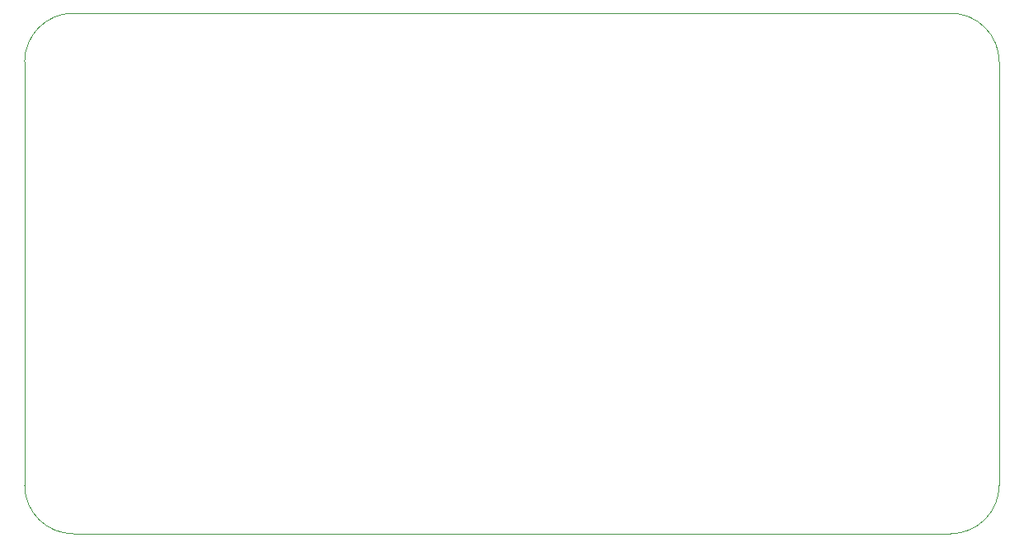
<source format=gm1>
%TF.GenerationSoftware,KiCad,Pcbnew,8.0.0*%
%TF.CreationDate,2024-05-08T19:08:40-04:00*%
%TF.ProjectId,16ChannelServoControllerDaughterboardDesign,31364368-616e-46e6-956c-536572766f43,rev?*%
%TF.SameCoordinates,Original*%
%TF.FileFunction,Profile,NP*%
%FSLAX46Y46*%
G04 Gerber Fmt 4.6, Leading zero omitted, Abs format (unit mm)*
G04 Created by KiCad (PCBNEW 8.0.0) date 2024-05-08 19:08:40*
%MOMM*%
%LPD*%
G01*
G04 APERTURE LIST*
%TA.AperFunction,Profile*%
%ADD10C,0.050000*%
%TD*%
G04 APERTURE END LIST*
D10*
%TO.C,J1*%
X83500000Y-121000000D02*
X83500000Y-77500000D01*
X88500000Y-72500000D02*
X178500000Y-72500000D01*
X178500000Y-126000000D02*
X88500000Y-126000000D01*
X183500000Y-77500000D02*
X183500000Y-121000000D01*
X83500000Y-77500000D02*
G75*
G02*
X88500000Y-72500000I5000000J0D01*
G01*
X88500000Y-126000000D02*
G75*
G02*
X83500000Y-121000000I0J5000000D01*
G01*
X178500000Y-72500000D02*
G75*
G02*
X183500000Y-77500000I0J-5000000D01*
G01*
X183500000Y-121000000D02*
G75*
G02*
X178500000Y-126000000I-5000000J0D01*
G01*
%TD*%
M02*

</source>
